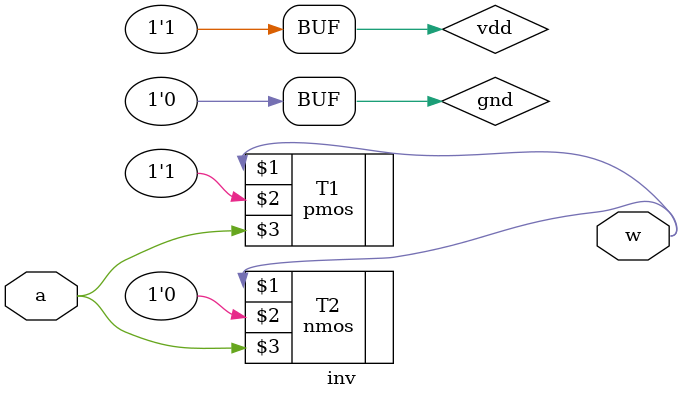
<source format=sv>
module inv(input a,output w);
  supply1 vdd;
  supply0 gnd;
  pmos #(5,6,7) T1(w,vdd,a);
  nmos #(3,4,5) T2(w,gnd,a);
endmodule





</source>
